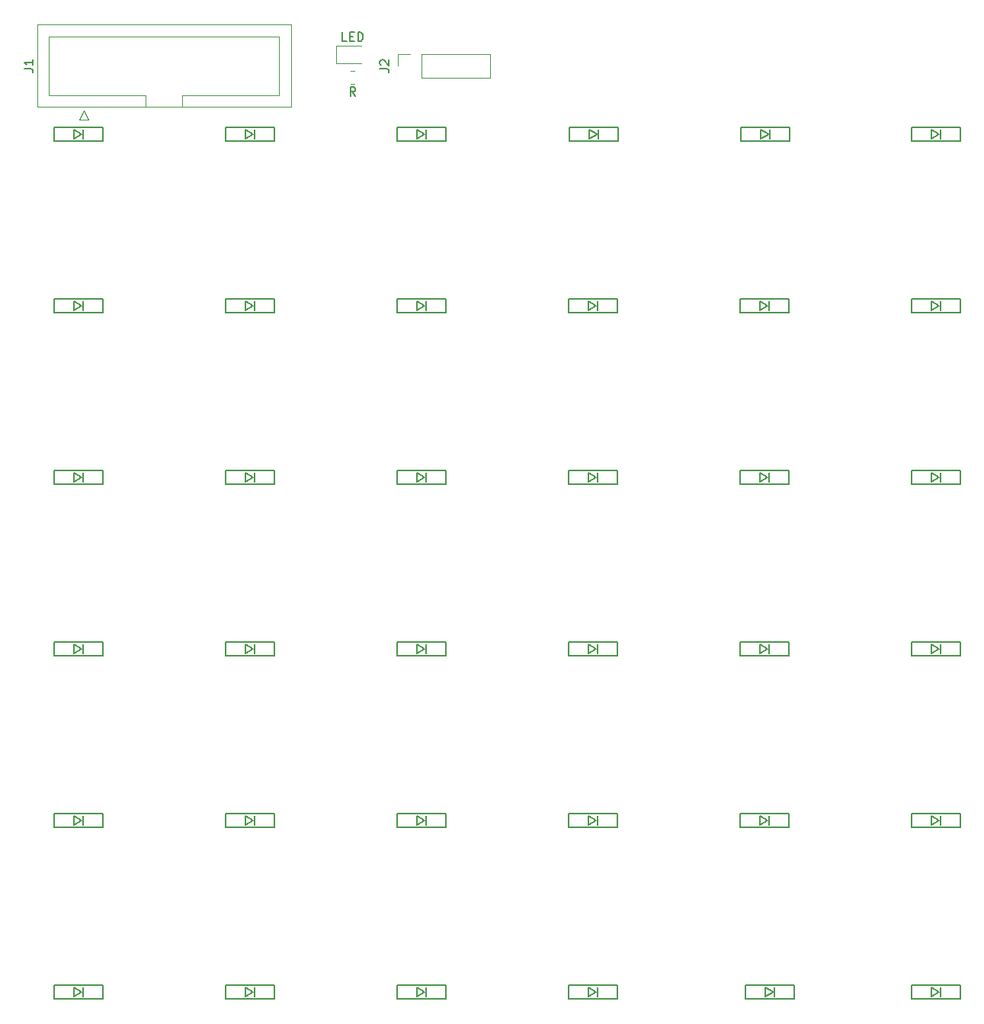
<source format=gto>
%TF.GenerationSoftware,KiCad,Pcbnew,(5.1.12-1-10_14)*%
%TF.CreationDate,2021-11-18T22:14:17+08:00*%
%TF.ProjectId,Pragmatic,50726167-6d61-4746-9963-2e6b69636164,0.1*%
%TF.SameCoordinates,Original*%
%TF.FileFunction,Legend,Top*%
%TF.FilePolarity,Positive*%
%FSLAX46Y46*%
G04 Gerber Fmt 4.6, Leading zero omitted, Abs format (unit mm)*
G04 Created by KiCad (PCBNEW (5.1.12-1-10_14)) date 2021-11-18 22:14:17*
%MOMM*%
%LPD*%
G01*
G04 APERTURE LIST*
%ADD10C,0.120000*%
%ADD11C,0.150000*%
%ADD12O,1.700000X1.700000*%
%ADD13R,1.700000X1.700000*%
%ADD14C,2.400000*%
%ADD15O,2.200000X1.600000*%
%ADD16C,4.900000*%
%ADD17C,1.800000*%
%ADD18O,2.200000X1.500000*%
%ADD19C,1.700000*%
%ADD20R,1.400000X1.000000*%
G04 APERTURE END LIST*
D10*
X95250000Y-42605000D02*
X95250000Y-39945000D01*
X95250000Y-42605000D02*
X102930000Y-42605000D01*
X102930000Y-42605000D02*
X102930000Y-39945000D01*
X95250000Y-39945000D02*
X102930000Y-39945000D01*
X92650000Y-39945000D02*
X93980000Y-39945000D01*
X92650000Y-41275000D02*
X92650000Y-39945000D01*
X87402936Y-41810000D02*
X87857064Y-41810000D01*
X87402936Y-43280000D02*
X87857064Y-43280000D01*
X85770000Y-40965000D02*
X88630000Y-40965000D01*
X85770000Y-39045000D02*
X85770000Y-40965000D01*
X88630000Y-39045000D02*
X85770000Y-39045000D01*
D11*
X155100000Y-143395000D02*
X149700000Y-143395000D01*
X149700000Y-144895000D02*
X155100000Y-144895000D01*
X155100000Y-144895000D02*
X155100000Y-143395000D01*
X149700000Y-144895000D02*
X149700000Y-143395000D01*
X151900000Y-144645000D02*
X151900000Y-143645000D01*
X151900000Y-143645000D02*
X152800000Y-144145000D01*
X152800000Y-144145000D02*
X151900000Y-144645000D01*
X152900000Y-144645000D02*
X152900000Y-143645000D01*
X136685000Y-143395000D02*
X131285000Y-143395000D01*
X131285000Y-144895000D02*
X136685000Y-144895000D01*
X136685000Y-144895000D02*
X136685000Y-143395000D01*
X131285000Y-144895000D02*
X131285000Y-143395000D01*
X133485000Y-144645000D02*
X133485000Y-143645000D01*
X133485000Y-143645000D02*
X134385000Y-144145000D01*
X134385000Y-144145000D02*
X133485000Y-144645000D01*
X134485000Y-144645000D02*
X134485000Y-143645000D01*
X117000000Y-143395000D02*
X111600000Y-143395000D01*
X111600000Y-144895000D02*
X117000000Y-144895000D01*
X117000000Y-144895000D02*
X117000000Y-143395000D01*
X111600000Y-144895000D02*
X111600000Y-143395000D01*
X113800000Y-144645000D02*
X113800000Y-143645000D01*
X113800000Y-143645000D02*
X114700000Y-144145000D01*
X114700000Y-144145000D02*
X113800000Y-144645000D01*
X114800000Y-144645000D02*
X114800000Y-143645000D01*
X97950000Y-143395000D02*
X92550000Y-143395000D01*
X92550000Y-144895000D02*
X97950000Y-144895000D01*
X97950000Y-144895000D02*
X97950000Y-143395000D01*
X92550000Y-144895000D02*
X92550000Y-143395000D01*
X94750000Y-144645000D02*
X94750000Y-143645000D01*
X94750000Y-143645000D02*
X95650000Y-144145000D01*
X95650000Y-144145000D02*
X94750000Y-144645000D01*
X95750000Y-144645000D02*
X95750000Y-143645000D01*
X78900000Y-143395000D02*
X73500000Y-143395000D01*
X73500000Y-144895000D02*
X78900000Y-144895000D01*
X78900000Y-144895000D02*
X78900000Y-143395000D01*
X73500000Y-144895000D02*
X73500000Y-143395000D01*
X75700000Y-144645000D02*
X75700000Y-143645000D01*
X75700000Y-143645000D02*
X76600000Y-144145000D01*
X76600000Y-144145000D02*
X75700000Y-144645000D01*
X76700000Y-144645000D02*
X76700000Y-143645000D01*
X59850000Y-143395000D02*
X54450000Y-143395000D01*
X54450000Y-144895000D02*
X59850000Y-144895000D01*
X59850000Y-144895000D02*
X59850000Y-143395000D01*
X54450000Y-144895000D02*
X54450000Y-143395000D01*
X56650000Y-144645000D02*
X56650000Y-143645000D01*
X56650000Y-143645000D02*
X57550000Y-144145000D01*
X57550000Y-144145000D02*
X56650000Y-144645000D01*
X57650000Y-144645000D02*
X57650000Y-143645000D01*
X155100000Y-124345000D02*
X149700000Y-124345000D01*
X149700000Y-125845000D02*
X155100000Y-125845000D01*
X155100000Y-125845000D02*
X155100000Y-124345000D01*
X149700000Y-125845000D02*
X149700000Y-124345000D01*
X151900000Y-125595000D02*
X151900000Y-124595000D01*
X151900000Y-124595000D02*
X152800000Y-125095000D01*
X152800000Y-125095000D02*
X151900000Y-125595000D01*
X152900000Y-125595000D02*
X152900000Y-124595000D01*
X136050000Y-124345000D02*
X130650000Y-124345000D01*
X130650000Y-125845000D02*
X136050000Y-125845000D01*
X136050000Y-125845000D02*
X136050000Y-124345000D01*
X130650000Y-125845000D02*
X130650000Y-124345000D01*
X132850000Y-125595000D02*
X132850000Y-124595000D01*
X132850000Y-124595000D02*
X133750000Y-125095000D01*
X133750000Y-125095000D02*
X132850000Y-125595000D01*
X133850000Y-125595000D02*
X133850000Y-124595000D01*
X117000000Y-124345000D02*
X111600000Y-124345000D01*
X111600000Y-125845000D02*
X117000000Y-125845000D01*
X117000000Y-125845000D02*
X117000000Y-124345000D01*
X111600000Y-125845000D02*
X111600000Y-124345000D01*
X113800000Y-125595000D02*
X113800000Y-124595000D01*
X113800000Y-124595000D02*
X114700000Y-125095000D01*
X114700000Y-125095000D02*
X113800000Y-125595000D01*
X114800000Y-125595000D02*
X114800000Y-124595000D01*
X97950000Y-124345000D02*
X92550000Y-124345000D01*
X92550000Y-125845000D02*
X97950000Y-125845000D01*
X97950000Y-125845000D02*
X97950000Y-124345000D01*
X92550000Y-125845000D02*
X92550000Y-124345000D01*
X94750000Y-125595000D02*
X94750000Y-124595000D01*
X94750000Y-124595000D02*
X95650000Y-125095000D01*
X95650000Y-125095000D02*
X94750000Y-125595000D01*
X95750000Y-125595000D02*
X95750000Y-124595000D01*
X78900000Y-124345000D02*
X73500000Y-124345000D01*
X73500000Y-125845000D02*
X78900000Y-125845000D01*
X78900000Y-125845000D02*
X78900000Y-124345000D01*
X73500000Y-125845000D02*
X73500000Y-124345000D01*
X75700000Y-125595000D02*
X75700000Y-124595000D01*
X75700000Y-124595000D02*
X76600000Y-125095000D01*
X76600000Y-125095000D02*
X75700000Y-125595000D01*
X76700000Y-125595000D02*
X76700000Y-124595000D01*
X59850000Y-124345000D02*
X54450000Y-124345000D01*
X54450000Y-125845000D02*
X59850000Y-125845000D01*
X59850000Y-125845000D02*
X59850000Y-124345000D01*
X54450000Y-125845000D02*
X54450000Y-124345000D01*
X56650000Y-125595000D02*
X56650000Y-124595000D01*
X56650000Y-124595000D02*
X57550000Y-125095000D01*
X57550000Y-125095000D02*
X56650000Y-125595000D01*
X57650000Y-125595000D02*
X57650000Y-124595000D01*
X155100000Y-105295000D02*
X149700000Y-105295000D01*
X149700000Y-106795000D02*
X155100000Y-106795000D01*
X155100000Y-106795000D02*
X155100000Y-105295000D01*
X149700000Y-106795000D02*
X149700000Y-105295000D01*
X151900000Y-106545000D02*
X151900000Y-105545000D01*
X151900000Y-105545000D02*
X152800000Y-106045000D01*
X152800000Y-106045000D02*
X151900000Y-106545000D01*
X152900000Y-106545000D02*
X152900000Y-105545000D01*
X136050000Y-105295000D02*
X130650000Y-105295000D01*
X130650000Y-106795000D02*
X136050000Y-106795000D01*
X136050000Y-106795000D02*
X136050000Y-105295000D01*
X130650000Y-106795000D02*
X130650000Y-105295000D01*
X132850000Y-106545000D02*
X132850000Y-105545000D01*
X132850000Y-105545000D02*
X133750000Y-106045000D01*
X133750000Y-106045000D02*
X132850000Y-106545000D01*
X133850000Y-106545000D02*
X133850000Y-105545000D01*
X117000000Y-105295000D02*
X111600000Y-105295000D01*
X111600000Y-106795000D02*
X117000000Y-106795000D01*
X117000000Y-106795000D02*
X117000000Y-105295000D01*
X111600000Y-106795000D02*
X111600000Y-105295000D01*
X113800000Y-106545000D02*
X113800000Y-105545000D01*
X113800000Y-105545000D02*
X114700000Y-106045000D01*
X114700000Y-106045000D02*
X113800000Y-106545000D01*
X114800000Y-106545000D02*
X114800000Y-105545000D01*
X97950000Y-105295000D02*
X92550000Y-105295000D01*
X92550000Y-106795000D02*
X97950000Y-106795000D01*
X97950000Y-106795000D02*
X97950000Y-105295000D01*
X92550000Y-106795000D02*
X92550000Y-105295000D01*
X94750000Y-106545000D02*
X94750000Y-105545000D01*
X94750000Y-105545000D02*
X95650000Y-106045000D01*
X95650000Y-106045000D02*
X94750000Y-106545000D01*
X95750000Y-106545000D02*
X95750000Y-105545000D01*
X78900000Y-105295000D02*
X73500000Y-105295000D01*
X73500000Y-106795000D02*
X78900000Y-106795000D01*
X78900000Y-106795000D02*
X78900000Y-105295000D01*
X73500000Y-106795000D02*
X73500000Y-105295000D01*
X75700000Y-106545000D02*
X75700000Y-105545000D01*
X75700000Y-105545000D02*
X76600000Y-106045000D01*
X76600000Y-106045000D02*
X75700000Y-106545000D01*
X76700000Y-106545000D02*
X76700000Y-105545000D01*
X59850000Y-105295000D02*
X54450000Y-105295000D01*
X54450000Y-106795000D02*
X59850000Y-106795000D01*
X59850000Y-106795000D02*
X59850000Y-105295000D01*
X54450000Y-106795000D02*
X54450000Y-105295000D01*
X56650000Y-106545000D02*
X56650000Y-105545000D01*
X56650000Y-105545000D02*
X57550000Y-106045000D01*
X57550000Y-106045000D02*
X56650000Y-106545000D01*
X57650000Y-106545000D02*
X57650000Y-105545000D01*
X155100000Y-86245000D02*
X149700000Y-86245000D01*
X149700000Y-87745000D02*
X155100000Y-87745000D01*
X155100000Y-87745000D02*
X155100000Y-86245000D01*
X149700000Y-87745000D02*
X149700000Y-86245000D01*
X151900000Y-87495000D02*
X151900000Y-86495000D01*
X151900000Y-86495000D02*
X152800000Y-86995000D01*
X152800000Y-86995000D02*
X151900000Y-87495000D01*
X152900000Y-87495000D02*
X152900000Y-86495000D01*
X136050000Y-86245000D02*
X130650000Y-86245000D01*
X130650000Y-87745000D02*
X136050000Y-87745000D01*
X136050000Y-87745000D02*
X136050000Y-86245000D01*
X130650000Y-87745000D02*
X130650000Y-86245000D01*
X132850000Y-87495000D02*
X132850000Y-86495000D01*
X132850000Y-86495000D02*
X133750000Y-86995000D01*
X133750000Y-86995000D02*
X132850000Y-87495000D01*
X133850000Y-87495000D02*
X133850000Y-86495000D01*
X117000000Y-86245000D02*
X111600000Y-86245000D01*
X111600000Y-87745000D02*
X117000000Y-87745000D01*
X117000000Y-87745000D02*
X117000000Y-86245000D01*
X111600000Y-87745000D02*
X111600000Y-86245000D01*
X113800000Y-87495000D02*
X113800000Y-86495000D01*
X113800000Y-86495000D02*
X114700000Y-86995000D01*
X114700000Y-86995000D02*
X113800000Y-87495000D01*
X114800000Y-87495000D02*
X114800000Y-86495000D01*
X97950000Y-86245000D02*
X92550000Y-86245000D01*
X92550000Y-87745000D02*
X97950000Y-87745000D01*
X97950000Y-87745000D02*
X97950000Y-86245000D01*
X92550000Y-87745000D02*
X92550000Y-86245000D01*
X94750000Y-87495000D02*
X94750000Y-86495000D01*
X94750000Y-86495000D02*
X95650000Y-86995000D01*
X95650000Y-86995000D02*
X94750000Y-87495000D01*
X95750000Y-87495000D02*
X95750000Y-86495000D01*
X78900000Y-86245000D02*
X73500000Y-86245000D01*
X73500000Y-87745000D02*
X78900000Y-87745000D01*
X78900000Y-87745000D02*
X78900000Y-86245000D01*
X73500000Y-87745000D02*
X73500000Y-86245000D01*
X75700000Y-87495000D02*
X75700000Y-86495000D01*
X75700000Y-86495000D02*
X76600000Y-86995000D01*
X76600000Y-86995000D02*
X75700000Y-87495000D01*
X76700000Y-87495000D02*
X76700000Y-86495000D01*
X59850000Y-86245000D02*
X54450000Y-86245000D01*
X54450000Y-87745000D02*
X59850000Y-87745000D01*
X59850000Y-87745000D02*
X59850000Y-86245000D01*
X54450000Y-87745000D02*
X54450000Y-86245000D01*
X56650000Y-87495000D02*
X56650000Y-86495000D01*
X56650000Y-86495000D02*
X57550000Y-86995000D01*
X57550000Y-86995000D02*
X56650000Y-87495000D01*
X57650000Y-87495000D02*
X57650000Y-86495000D01*
X155100000Y-67195000D02*
X149700000Y-67195000D01*
X149700000Y-68695000D02*
X155100000Y-68695000D01*
X155100000Y-68695000D02*
X155100000Y-67195000D01*
X149700000Y-68695000D02*
X149700000Y-67195000D01*
X151900000Y-68445000D02*
X151900000Y-67445000D01*
X151900000Y-67445000D02*
X152800000Y-67945000D01*
X152800000Y-67945000D02*
X151900000Y-68445000D01*
X152900000Y-68445000D02*
X152900000Y-67445000D01*
X136050000Y-67195000D02*
X130650000Y-67195000D01*
X130650000Y-68695000D02*
X136050000Y-68695000D01*
X136050000Y-68695000D02*
X136050000Y-67195000D01*
X130650000Y-68695000D02*
X130650000Y-67195000D01*
X132850000Y-68445000D02*
X132850000Y-67445000D01*
X132850000Y-67445000D02*
X133750000Y-67945000D01*
X133750000Y-67945000D02*
X132850000Y-68445000D01*
X133850000Y-68445000D02*
X133850000Y-67445000D01*
X117000000Y-67195000D02*
X111600000Y-67195000D01*
X111600000Y-68695000D02*
X117000000Y-68695000D01*
X117000000Y-68695000D02*
X117000000Y-67195000D01*
X111600000Y-68695000D02*
X111600000Y-67195000D01*
X113800000Y-68445000D02*
X113800000Y-67445000D01*
X113800000Y-67445000D02*
X114700000Y-67945000D01*
X114700000Y-67945000D02*
X113800000Y-68445000D01*
X114800000Y-68445000D02*
X114800000Y-67445000D01*
X97950000Y-67195000D02*
X92550000Y-67195000D01*
X92550000Y-68695000D02*
X97950000Y-68695000D01*
X97950000Y-68695000D02*
X97950000Y-67195000D01*
X92550000Y-68695000D02*
X92550000Y-67195000D01*
X94750000Y-68445000D02*
X94750000Y-67445000D01*
X94750000Y-67445000D02*
X95650000Y-67945000D01*
X95650000Y-67945000D02*
X94750000Y-68445000D01*
X95750000Y-68445000D02*
X95750000Y-67445000D01*
X155100000Y-48145000D02*
X149700000Y-48145000D01*
X149700000Y-49645000D02*
X155100000Y-49645000D01*
X155100000Y-49645000D02*
X155100000Y-48145000D01*
X149700000Y-49645000D02*
X149700000Y-48145000D01*
X151900000Y-49395000D02*
X151900000Y-48395000D01*
X151900000Y-48395000D02*
X152800000Y-48895000D01*
X152800000Y-48895000D02*
X151900000Y-49395000D01*
X152900000Y-49395000D02*
X152900000Y-48395000D01*
X136180000Y-48145000D02*
X130780000Y-48145000D01*
X130780000Y-49645000D02*
X136180000Y-49645000D01*
X136180000Y-49645000D02*
X136180000Y-48145000D01*
X130780000Y-49645000D02*
X130780000Y-48145000D01*
X132980000Y-49395000D02*
X132980000Y-48395000D01*
X132980000Y-48395000D02*
X133880000Y-48895000D01*
X133880000Y-48895000D02*
X132980000Y-49395000D01*
X133980000Y-49395000D02*
X133980000Y-48395000D01*
X117130000Y-48145000D02*
X111730000Y-48145000D01*
X111730000Y-49645000D02*
X117130000Y-49645000D01*
X117130000Y-49645000D02*
X117130000Y-48145000D01*
X111730000Y-49645000D02*
X111730000Y-48145000D01*
X113930000Y-49395000D02*
X113930000Y-48395000D01*
X113930000Y-48395000D02*
X114830000Y-48895000D01*
X114830000Y-48895000D02*
X113930000Y-49395000D01*
X114930000Y-49395000D02*
X114930000Y-48395000D01*
X97950000Y-48145000D02*
X92550000Y-48145000D01*
X92550000Y-49645000D02*
X97950000Y-49645000D01*
X97950000Y-49645000D02*
X97950000Y-48145000D01*
X92550000Y-49645000D02*
X92550000Y-48145000D01*
X94750000Y-49395000D02*
X94750000Y-48395000D01*
X94750000Y-48395000D02*
X95650000Y-48895000D01*
X95650000Y-48895000D02*
X94750000Y-49395000D01*
X95750000Y-49395000D02*
X95750000Y-48395000D01*
X78900000Y-67195000D02*
X73500000Y-67195000D01*
X73500000Y-68695000D02*
X78900000Y-68695000D01*
X78900000Y-68695000D02*
X78900000Y-67195000D01*
X73500000Y-68695000D02*
X73500000Y-67195000D01*
X75700000Y-68445000D02*
X75700000Y-67445000D01*
X75700000Y-67445000D02*
X76600000Y-67945000D01*
X76600000Y-67945000D02*
X75700000Y-68445000D01*
X76700000Y-68445000D02*
X76700000Y-67445000D01*
X59850000Y-67195000D02*
X54450000Y-67195000D01*
X54450000Y-68695000D02*
X59850000Y-68695000D01*
X59850000Y-68695000D02*
X59850000Y-67195000D01*
X54450000Y-68695000D02*
X54450000Y-67195000D01*
X56650000Y-68445000D02*
X56650000Y-67445000D01*
X56650000Y-67445000D02*
X57550000Y-67945000D01*
X57550000Y-67945000D02*
X56650000Y-68445000D01*
X57650000Y-68445000D02*
X57650000Y-67445000D01*
X78900000Y-48145000D02*
X73500000Y-48145000D01*
X73500000Y-49645000D02*
X78900000Y-49645000D01*
X78900000Y-49645000D02*
X78900000Y-48145000D01*
X73500000Y-49645000D02*
X73500000Y-48145000D01*
X75700000Y-49395000D02*
X75700000Y-48395000D01*
X75700000Y-48395000D02*
X76600000Y-48895000D01*
X76600000Y-48895000D02*
X75700000Y-49395000D01*
X76700000Y-49395000D02*
X76700000Y-48395000D01*
X59850000Y-48145000D02*
X54450000Y-48145000D01*
X54450000Y-49645000D02*
X59850000Y-49645000D01*
X59850000Y-49645000D02*
X59850000Y-48145000D01*
X54450000Y-49645000D02*
X54450000Y-48145000D01*
X56650000Y-49395000D02*
X56650000Y-48395000D01*
X56650000Y-48395000D02*
X57550000Y-48895000D01*
X57550000Y-48895000D02*
X56650000Y-49395000D01*
X57650000Y-49395000D02*
X57650000Y-48395000D01*
D10*
X52575000Y-45835000D02*
X52575000Y-36715000D01*
X52575000Y-36715000D02*
X80775000Y-36715000D01*
X80775000Y-36715000D02*
X80775000Y-45835000D01*
X80775000Y-45835000D02*
X52575000Y-45835000D01*
X64625000Y-45835000D02*
X64625000Y-44525000D01*
X64625000Y-44525000D02*
X53875000Y-44525000D01*
X53875000Y-44525000D02*
X53875000Y-38025000D01*
X53875000Y-38025000D02*
X79475000Y-38025000D01*
X79475000Y-38025000D02*
X79475000Y-44525000D01*
X79475000Y-44525000D02*
X68725000Y-44525000D01*
X68725000Y-44525000D02*
X68725000Y-44525000D01*
X68725000Y-44525000D02*
X68725000Y-45835000D01*
X57785000Y-46225000D02*
X57285000Y-47225000D01*
X57285000Y-47225000D02*
X58285000Y-47225000D01*
X58285000Y-47225000D02*
X57785000Y-46225000D01*
D11*
X90662380Y-41608333D02*
X91376666Y-41608333D01*
X91519523Y-41655952D01*
X91614761Y-41751190D01*
X91662380Y-41894047D01*
X91662380Y-41989285D01*
X90757619Y-41179761D02*
X90710000Y-41132142D01*
X90662380Y-41036904D01*
X90662380Y-40798809D01*
X90710000Y-40703571D01*
X90757619Y-40655952D01*
X90852857Y-40608333D01*
X90948095Y-40608333D01*
X91090952Y-40655952D01*
X91662380Y-41227380D01*
X91662380Y-40608333D01*
X87939523Y-44647380D02*
X87606190Y-44171190D01*
X87368095Y-44647380D02*
X87368095Y-43647380D01*
X87749047Y-43647380D01*
X87844285Y-43695000D01*
X87891904Y-43742619D01*
X87939523Y-43837857D01*
X87939523Y-43980714D01*
X87891904Y-44075952D01*
X87844285Y-44123571D01*
X87749047Y-44171190D01*
X87368095Y-44171190D01*
X86987142Y-38552380D02*
X86510952Y-38552380D01*
X86510952Y-37552380D01*
X87320476Y-38028571D02*
X87653809Y-38028571D01*
X87796666Y-38552380D02*
X87320476Y-38552380D01*
X87320476Y-37552380D01*
X87796666Y-37552380D01*
X88225238Y-38552380D02*
X88225238Y-37552380D01*
X88463333Y-37552380D01*
X88606190Y-37600000D01*
X88701428Y-37695238D01*
X88749047Y-37790476D01*
X88796666Y-37980952D01*
X88796666Y-38123809D01*
X88749047Y-38314285D01*
X88701428Y-38409523D01*
X88606190Y-38504761D01*
X88463333Y-38552380D01*
X88225238Y-38552380D01*
X51137380Y-41608333D02*
X51851666Y-41608333D01*
X51994523Y-41655952D01*
X52089761Y-41751190D01*
X52137380Y-41894047D01*
X52137380Y-41989285D01*
X52137380Y-40608333D02*
X52137380Y-41179761D01*
X52137380Y-40894047D02*
X51137380Y-40894047D01*
X51280238Y-40989285D01*
X51375476Y-41084523D01*
X51423095Y-41179761D01*
%LPC*%
D12*
X101600000Y-41275000D03*
X99060000Y-41275000D03*
X96520000Y-41275000D03*
D13*
X93980000Y-41275000D03*
G36*
G01*
X88030000Y-42995001D02*
X88030000Y-42094999D01*
G75*
G02*
X88279999Y-41845000I249999J0D01*
G01*
X88980001Y-41845000D01*
G75*
G02*
X89230000Y-42094999I0J-249999D01*
G01*
X89230000Y-42995001D01*
G75*
G02*
X88980001Y-43245000I-249999J0D01*
G01*
X88279999Y-43245000D01*
G75*
G02*
X88030000Y-42995001I0J249999D01*
G01*
G37*
G36*
G01*
X86030000Y-42995001D02*
X86030000Y-42094999D01*
G75*
G02*
X86279999Y-41845000I249999J0D01*
G01*
X86980001Y-41845000D01*
G75*
G02*
X87230000Y-42094999I0J-249999D01*
G01*
X87230000Y-42995001D01*
G75*
G02*
X86980001Y-43245000I-249999J0D01*
G01*
X86279999Y-43245000D01*
G75*
G02*
X86030000Y-42995001I0J249999D01*
G01*
G37*
G36*
G01*
X88080000Y-40455001D02*
X88080000Y-39554999D01*
G75*
G02*
X88329999Y-39305000I249999J0D01*
G01*
X88980001Y-39305000D01*
G75*
G02*
X89230000Y-39554999I0J-249999D01*
G01*
X89230000Y-40455001D01*
G75*
G02*
X88980001Y-40705000I-249999J0D01*
G01*
X88329999Y-40705000D01*
G75*
G02*
X88080000Y-40455001I0J249999D01*
G01*
G37*
G36*
G01*
X86030000Y-40455001D02*
X86030000Y-39554999D01*
G75*
G02*
X86279999Y-39305000I249999J0D01*
G01*
X86930001Y-39305000D01*
G75*
G02*
X87180000Y-39554999I0J-249999D01*
G01*
X87180000Y-40455001D01*
G75*
G02*
X86930001Y-40705000I-249999J0D01*
G01*
X86279999Y-40705000D01*
G75*
G02*
X86030000Y-40455001I0J249999D01*
G01*
G37*
D14*
X156210000Y-149860000D03*
D15*
X157500000Y-156300000D03*
D14*
X149860000Y-147320000D03*
D16*
X152400000Y-152400000D03*
D17*
X146900000Y-152400000D03*
X157900000Y-152400000D03*
D18*
X152400000Y-158300000D03*
D19*
X157480000Y-152400000D03*
X147320000Y-152400000D03*
D14*
X137160000Y-149860000D03*
D15*
X138450000Y-156300000D03*
D14*
X130810000Y-147320000D03*
D16*
X133350000Y-152400000D03*
D17*
X127850000Y-152400000D03*
X138850000Y-152400000D03*
D18*
X133350000Y-158300000D03*
D19*
X138430000Y-152400000D03*
X128270000Y-152400000D03*
D14*
X118110000Y-149860000D03*
D15*
X119400000Y-156300000D03*
D14*
X111760000Y-147320000D03*
D16*
X114300000Y-152400000D03*
D17*
X108800000Y-152400000D03*
X119800000Y-152400000D03*
D18*
X114300000Y-158300000D03*
D19*
X119380000Y-152400000D03*
X109220000Y-152400000D03*
D14*
X99060000Y-149860000D03*
D15*
X100350000Y-156300000D03*
D14*
X92710000Y-147320000D03*
D16*
X95250000Y-152400000D03*
D17*
X89750000Y-152400000D03*
X100750000Y-152400000D03*
D18*
X95250000Y-158300000D03*
D19*
X100330000Y-152400000D03*
X90170000Y-152400000D03*
D14*
X80010000Y-149860000D03*
D15*
X81300000Y-156300000D03*
D14*
X73660000Y-147320000D03*
D16*
X76200000Y-152400000D03*
D17*
X70700000Y-152400000D03*
X81700000Y-152400000D03*
D18*
X76200000Y-158300000D03*
D19*
X81280000Y-152400000D03*
X71120000Y-152400000D03*
D14*
X60960000Y-149860000D03*
D15*
X62250000Y-156300000D03*
D14*
X54610000Y-147320000D03*
D16*
X57150000Y-152400000D03*
D17*
X51650000Y-152400000D03*
X62650000Y-152400000D03*
D18*
X57150000Y-158300000D03*
D19*
X62230000Y-152400000D03*
X52070000Y-152400000D03*
D14*
X156210000Y-130810000D03*
D15*
X157500000Y-137250000D03*
D14*
X149860000Y-128270000D03*
D16*
X152400000Y-133350000D03*
D17*
X146900000Y-133350000D03*
X157900000Y-133350000D03*
D18*
X152400000Y-139250000D03*
D19*
X157480000Y-133350000D03*
X147320000Y-133350000D03*
D14*
X137160000Y-130810000D03*
D15*
X138450000Y-137250000D03*
D14*
X130810000Y-128270000D03*
D16*
X133350000Y-133350000D03*
D17*
X127850000Y-133350000D03*
X138850000Y-133350000D03*
D18*
X133350000Y-139250000D03*
D19*
X138430000Y-133350000D03*
X128270000Y-133350000D03*
D14*
X118110000Y-130810000D03*
D15*
X119400000Y-137250000D03*
D14*
X111760000Y-128270000D03*
D16*
X114300000Y-133350000D03*
D17*
X108800000Y-133350000D03*
X119800000Y-133350000D03*
D18*
X114300000Y-139250000D03*
D19*
X119380000Y-133350000D03*
X109220000Y-133350000D03*
D14*
X99060000Y-130810000D03*
D15*
X100350000Y-137250000D03*
D14*
X92710000Y-128270000D03*
D16*
X95250000Y-133350000D03*
D17*
X89750000Y-133350000D03*
X100750000Y-133350000D03*
D18*
X95250000Y-139250000D03*
D19*
X100330000Y-133350000D03*
X90170000Y-133350000D03*
D14*
X80010000Y-130810000D03*
D15*
X81300000Y-137250000D03*
D14*
X73660000Y-128270000D03*
D16*
X76200000Y-133350000D03*
D17*
X70700000Y-133350000D03*
X81700000Y-133350000D03*
D18*
X76200000Y-139250000D03*
D19*
X81280000Y-133350000D03*
X71120000Y-133350000D03*
D14*
X60960000Y-130810000D03*
D15*
X62250000Y-137250000D03*
D14*
X54610000Y-128270000D03*
D16*
X57150000Y-133350000D03*
D17*
X51650000Y-133350000D03*
X62650000Y-133350000D03*
D18*
X57150000Y-139250000D03*
D19*
X62230000Y-133350000D03*
X52070000Y-133350000D03*
D14*
X156210000Y-111760000D03*
D15*
X157500000Y-118200000D03*
D14*
X149860000Y-109220000D03*
D16*
X152400000Y-114300000D03*
D17*
X146900000Y-114300000D03*
X157900000Y-114300000D03*
D18*
X152400000Y-120200000D03*
D19*
X157480000Y-114300000D03*
X147320000Y-114300000D03*
D14*
X137160000Y-111760000D03*
D15*
X138450000Y-118200000D03*
D14*
X130810000Y-109220000D03*
D16*
X133350000Y-114300000D03*
D17*
X127850000Y-114300000D03*
X138850000Y-114300000D03*
D18*
X133350000Y-120200000D03*
D19*
X138430000Y-114300000D03*
X128270000Y-114300000D03*
D14*
X118110000Y-111760000D03*
D15*
X119400000Y-118200000D03*
D14*
X111760000Y-109220000D03*
D16*
X114300000Y-114300000D03*
D17*
X108800000Y-114300000D03*
X119800000Y-114300000D03*
D18*
X114300000Y-120200000D03*
D19*
X119380000Y-114300000D03*
X109220000Y-114300000D03*
D14*
X99060000Y-111760000D03*
D15*
X100350000Y-118200000D03*
D14*
X92710000Y-109220000D03*
D16*
X95250000Y-114300000D03*
D17*
X89750000Y-114300000D03*
X100750000Y-114300000D03*
D18*
X95250000Y-120200000D03*
D19*
X100330000Y-114300000D03*
X90170000Y-114300000D03*
D14*
X80010000Y-111760000D03*
D15*
X81300000Y-118200000D03*
D14*
X73660000Y-109220000D03*
D16*
X76200000Y-114300000D03*
D17*
X70700000Y-114300000D03*
X81700000Y-114300000D03*
D18*
X76200000Y-120200000D03*
D19*
X81280000Y-114300000D03*
X71120000Y-114300000D03*
D14*
X60960000Y-111760000D03*
D15*
X62250000Y-118200000D03*
D14*
X54610000Y-109220000D03*
D16*
X57150000Y-114300000D03*
D17*
X51650000Y-114300000D03*
X62650000Y-114300000D03*
D18*
X57150000Y-120200000D03*
D19*
X62230000Y-114300000D03*
X52070000Y-114300000D03*
D14*
X156210000Y-92710000D03*
D15*
X157500000Y-99150000D03*
D14*
X149860000Y-90170000D03*
D16*
X152400000Y-95250000D03*
D17*
X146900000Y-95250000D03*
X157900000Y-95250000D03*
D18*
X152400000Y-101150000D03*
D19*
X157480000Y-95250000D03*
X147320000Y-95250000D03*
D14*
X137160000Y-92710000D03*
D15*
X138450000Y-99150000D03*
D14*
X130810000Y-90170000D03*
D16*
X133350000Y-95250000D03*
D17*
X127850000Y-95250000D03*
X138850000Y-95250000D03*
D18*
X133350000Y-101150000D03*
D19*
X138430000Y-95250000D03*
X128270000Y-95250000D03*
D14*
X118110000Y-92710000D03*
D15*
X119400000Y-99150000D03*
D14*
X111760000Y-90170000D03*
D16*
X114300000Y-95250000D03*
D17*
X108800000Y-95250000D03*
X119800000Y-95250000D03*
D18*
X114300000Y-101150000D03*
D19*
X119380000Y-95250000D03*
X109220000Y-95250000D03*
D14*
X99060000Y-92710000D03*
D15*
X100350000Y-99150000D03*
D14*
X92710000Y-90170000D03*
D16*
X95250000Y-95250000D03*
D17*
X89750000Y-95250000D03*
X100750000Y-95250000D03*
D18*
X95250000Y-101150000D03*
D19*
X100330000Y-95250000D03*
X90170000Y-95250000D03*
D14*
X80010000Y-92710000D03*
D15*
X81300000Y-99150000D03*
D14*
X73660000Y-90170000D03*
D16*
X76200000Y-95250000D03*
D17*
X70700000Y-95250000D03*
X81700000Y-95250000D03*
D18*
X76200000Y-101150000D03*
D19*
X81280000Y-95250000D03*
X71120000Y-95250000D03*
D14*
X60960000Y-92710000D03*
D15*
X62250000Y-99150000D03*
D14*
X54610000Y-90170000D03*
D16*
X57150000Y-95250000D03*
D17*
X51650000Y-95250000D03*
X62650000Y-95250000D03*
D18*
X57150000Y-101150000D03*
D19*
X62230000Y-95250000D03*
X52070000Y-95250000D03*
D14*
X156210000Y-73660000D03*
D15*
X157500000Y-80100000D03*
D14*
X149860000Y-71120000D03*
D16*
X152400000Y-76200000D03*
D17*
X146900000Y-76200000D03*
X157900000Y-76200000D03*
D18*
X152400000Y-82100000D03*
D19*
X157480000Y-76200000D03*
X147320000Y-76200000D03*
D14*
X137160000Y-73660000D03*
D15*
X138450000Y-80100000D03*
D14*
X130810000Y-71120000D03*
D16*
X133350000Y-76200000D03*
D17*
X127850000Y-76200000D03*
X138850000Y-76200000D03*
D18*
X133350000Y-82100000D03*
D19*
X138430000Y-76200000D03*
X128270000Y-76200000D03*
D14*
X118110000Y-73660000D03*
D15*
X119400000Y-80100000D03*
D14*
X111760000Y-71120000D03*
D16*
X114300000Y-76200000D03*
D17*
X108800000Y-76200000D03*
X119800000Y-76200000D03*
D18*
X114300000Y-82100000D03*
D19*
X119380000Y-76200000D03*
X109220000Y-76200000D03*
D14*
X99060000Y-73660000D03*
D15*
X100350000Y-80100000D03*
D14*
X92710000Y-71120000D03*
D16*
X95250000Y-76200000D03*
D17*
X89750000Y-76200000D03*
X100750000Y-76200000D03*
D18*
X95250000Y-82100000D03*
D19*
X100330000Y-76200000D03*
X90170000Y-76200000D03*
D14*
X156210000Y-54610000D03*
D15*
X157500000Y-61050000D03*
D14*
X149860000Y-52070000D03*
D16*
X152400000Y-57150000D03*
D17*
X146900000Y-57150000D03*
X157900000Y-57150000D03*
D18*
X152400000Y-63050000D03*
D19*
X157480000Y-57150000D03*
X147320000Y-57150000D03*
D14*
X137160000Y-54610000D03*
D15*
X138450000Y-61050000D03*
D14*
X130810000Y-52070000D03*
D16*
X133350000Y-57150000D03*
D17*
X127850000Y-57150000D03*
X138850000Y-57150000D03*
D18*
X133350000Y-63050000D03*
D19*
X138430000Y-57150000D03*
X128270000Y-57150000D03*
D14*
X118110000Y-54610000D03*
D15*
X119400000Y-61050000D03*
D14*
X111760000Y-52070000D03*
D16*
X114300000Y-57150000D03*
D17*
X108800000Y-57150000D03*
X119800000Y-57150000D03*
D18*
X114300000Y-63050000D03*
D19*
X119380000Y-57150000D03*
X109220000Y-57150000D03*
D14*
X99060000Y-54610000D03*
D15*
X100350000Y-61050000D03*
D14*
X92710000Y-52070000D03*
D16*
X95250000Y-57150000D03*
D17*
X89750000Y-57150000D03*
X100750000Y-57150000D03*
D18*
X95250000Y-63050000D03*
D19*
X100330000Y-57150000D03*
X90170000Y-57150000D03*
D20*
X150625000Y-144145000D03*
X154175000Y-144145000D03*
X132210000Y-144145000D03*
X135760000Y-144145000D03*
X112525000Y-144145000D03*
X116075000Y-144145000D03*
X93475000Y-144145000D03*
X97025000Y-144145000D03*
X74425000Y-144145000D03*
X77975000Y-144145000D03*
X55375000Y-144145000D03*
X58925000Y-144145000D03*
X150625000Y-125095000D03*
X154175000Y-125095000D03*
X131575000Y-125095000D03*
X135125000Y-125095000D03*
X112525000Y-125095000D03*
X116075000Y-125095000D03*
X93475000Y-125095000D03*
X97025000Y-125095000D03*
X74425000Y-125095000D03*
X77975000Y-125095000D03*
X55375000Y-125095000D03*
X58925000Y-125095000D03*
X150625000Y-106045000D03*
X154175000Y-106045000D03*
X131575000Y-106045000D03*
X135125000Y-106045000D03*
X112525000Y-106045000D03*
X116075000Y-106045000D03*
X93475000Y-106045000D03*
X97025000Y-106045000D03*
X74425000Y-106045000D03*
X77975000Y-106045000D03*
X55375000Y-106045000D03*
X58925000Y-106045000D03*
X150625000Y-86995000D03*
X154175000Y-86995000D03*
X131575000Y-86995000D03*
X135125000Y-86995000D03*
X112525000Y-86995000D03*
X116075000Y-86995000D03*
X93475000Y-86995000D03*
X97025000Y-86995000D03*
X74425000Y-86995000D03*
X77975000Y-86995000D03*
X55375000Y-86995000D03*
X58925000Y-86995000D03*
X150625000Y-67945000D03*
X154175000Y-67945000D03*
X131575000Y-67945000D03*
X135125000Y-67945000D03*
X112525000Y-67945000D03*
X116075000Y-67945000D03*
X93475000Y-67945000D03*
X97025000Y-67945000D03*
X150625000Y-48895000D03*
X154175000Y-48895000D03*
X131705000Y-48895000D03*
X135255000Y-48895000D03*
X112655000Y-48895000D03*
X116205000Y-48895000D03*
X93475000Y-48895000D03*
X97025000Y-48895000D03*
D14*
X80010000Y-73660000D03*
D15*
X81300000Y-80100000D03*
D14*
X73660000Y-71120000D03*
D16*
X76200000Y-76200000D03*
D17*
X70700000Y-76200000D03*
X81700000Y-76200000D03*
D18*
X76200000Y-82100000D03*
D19*
X81280000Y-76200000D03*
X71120000Y-76200000D03*
D14*
X60960000Y-73660000D03*
D15*
X62250000Y-80100000D03*
D14*
X54610000Y-71120000D03*
D16*
X57150000Y-76200000D03*
D17*
X51650000Y-76200000D03*
X62650000Y-76200000D03*
D18*
X57150000Y-82100000D03*
D19*
X62230000Y-76200000D03*
X52070000Y-76200000D03*
D14*
X80010000Y-54610000D03*
D15*
X81300000Y-61050000D03*
D14*
X73660000Y-52070000D03*
D16*
X76200000Y-57150000D03*
D17*
X70700000Y-57150000D03*
X81700000Y-57150000D03*
D18*
X76200000Y-63050000D03*
D19*
X81280000Y-57150000D03*
X71120000Y-57150000D03*
D14*
X60960000Y-54610000D03*
D15*
X62250000Y-61050000D03*
D14*
X54610000Y-52070000D03*
D16*
X57150000Y-57150000D03*
D17*
X51650000Y-57150000D03*
X62650000Y-57150000D03*
D18*
X57150000Y-63050000D03*
D19*
X62230000Y-57150000D03*
X52070000Y-57150000D03*
D20*
X74425000Y-67945000D03*
X77975000Y-67945000D03*
X55375000Y-67945000D03*
X58925000Y-67945000D03*
X74425000Y-48895000D03*
X77975000Y-48895000D03*
X55375000Y-48895000D03*
X58925000Y-48895000D03*
D19*
X75565000Y-40005000D03*
X73025000Y-40005000D03*
X70485000Y-40005000D03*
X67945000Y-40005000D03*
X65405000Y-40005000D03*
X62865000Y-40005000D03*
X60325000Y-40005000D03*
X57785000Y-40005000D03*
X75565000Y-42545000D03*
X73025000Y-42545000D03*
X70485000Y-42545000D03*
X67945000Y-42545000D03*
X65405000Y-42545000D03*
X62865000Y-42545000D03*
X60325000Y-42545000D03*
G36*
G01*
X58385000Y-43395000D02*
X57185000Y-43395000D01*
G75*
G02*
X56935000Y-43145000I0J250000D01*
G01*
X56935000Y-41945000D01*
G75*
G02*
X57185000Y-41695000I250000J0D01*
G01*
X58385000Y-41695000D01*
G75*
G02*
X58635000Y-41945000I0J-250000D01*
G01*
X58635000Y-43145000D01*
G75*
G02*
X58385000Y-43395000I-250000J0D01*
G01*
G37*
M02*

</source>
